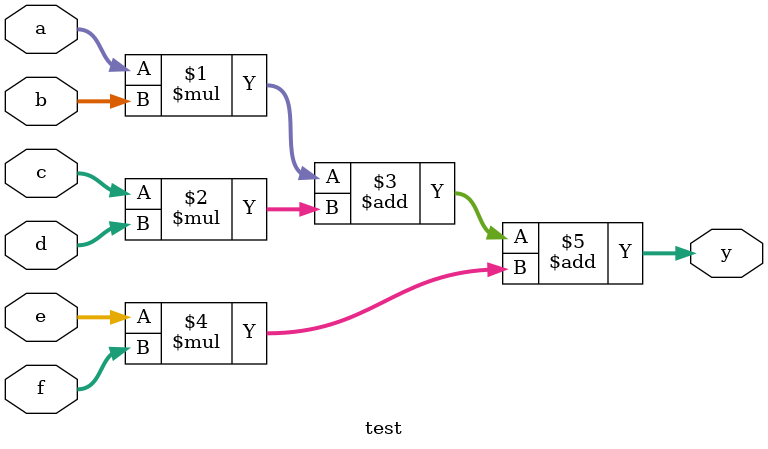
<source format=v>
module test(a, b, c, d, e, f, y);
input [19:0] a, b, c;
input [15:0] d, e, f;
output [41:0] y;
assign y = a*b + c*d + e*f;
endmodule

</source>
